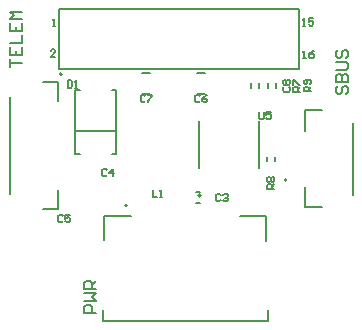
<source format=gto>
G04*
G04 #@! TF.GenerationSoftware,Altium Limited,Altium Designer,21.6.1 (37)*
G04*
G04 Layer_Color=65535*
%FSLAX44Y44*%
%MOMM*%
G71*
G04*
G04 #@! TF.SameCoordinates,389F95CB-BFB7-4352-95D8-32FE421A7396*
G04*
G04*
G04 #@! TF.FilePolarity,Positive*
G04*
G01*
G75*
%ADD10C,0.2000*%
%ADD11C,0.1270*%
%ADD12C,0.1500*%
%ADD13C,0.1800*%
D10*
X382500Y191750D02*
G03*
X382500Y191750I-1000J0D01*
G01*
X247250Y170000D02*
G03*
X247250Y170000I-1000J0D01*
G01*
X192250Y281325D02*
G03*
X192250Y281325I-1000J0D01*
G01*
X309700Y178550D02*
G03*
X309700Y178550I-1000J0D01*
G01*
X189700Y285800D02*
Y336600D01*
X392900Y285800D02*
Y336600D01*
X189700D02*
X392900D01*
X189700Y285800D02*
X392900D01*
X352000Y269500D02*
Y273500D01*
X359000Y269500D02*
Y273500D01*
X372500Y207500D02*
Y211500D01*
X365500Y207500D02*
Y211500D01*
X373750Y269750D02*
Y273750D01*
X366750Y269750D02*
Y273750D01*
X425918Y271587D02*
X424252Y269921D01*
Y266589D01*
X425918Y264923D01*
X427584D01*
X429250Y266589D01*
Y269921D01*
X430916Y271587D01*
X432582D01*
X434248Y269921D01*
Y266589D01*
X432582Y264923D01*
X424252Y274919D02*
X434248D01*
Y279918D01*
X432582Y281584D01*
X430916D01*
X429250Y279918D01*
Y274919D01*
Y279918D01*
X427584Y281584D01*
X425918D01*
X424252Y279918D01*
Y274919D01*
Y284916D02*
X432582D01*
X434248Y286582D01*
Y289914D01*
X432582Y291581D01*
X424252D01*
X425918Y301577D02*
X424252Y299911D01*
Y296579D01*
X425918Y294913D01*
X427584D01*
X429250Y296579D01*
Y299911D01*
X430916Y301577D01*
X432582D01*
X434248Y299911D01*
Y296579D01*
X432582Y294913D01*
X148002Y287674D02*
Y294339D01*
Y291006D01*
X157998D01*
X148002Y304335D02*
Y297671D01*
X157998D01*
Y304335D01*
X153000Y297671D02*
Y301003D01*
X148002Y307668D02*
X157998D01*
Y314332D01*
X148002Y324329D02*
Y317665D01*
X157998D01*
Y324329D01*
X153000Y317665D02*
Y320997D01*
X157998Y327661D02*
X148002D01*
X151334Y330993D01*
X148002Y334326D01*
X157998D01*
X220998Y79421D02*
X211002D01*
Y84419D01*
X212668Y86086D01*
X216000D01*
X217666Y84419D01*
Y79421D01*
X211002Y89418D02*
X220998D01*
X217666Y92750D01*
X220998Y96082D01*
X211002D01*
X220998Y99415D02*
X211002D01*
Y104413D01*
X212668Y106079D01*
X216000D01*
X217666Y104413D01*
Y99415D01*
Y102747D02*
X220998Y106079D01*
D11*
X398000Y168500D02*
X412200D01*
X398000D02*
Y186150D01*
Y251000D02*
X412300D01*
X398000Y233350D02*
Y251000D01*
X438500Y179350D02*
Y240250D01*
X365250Y140000D02*
Y161000D01*
X342750D02*
X365250D01*
X227750Y140500D02*
Y161500D01*
X250250D01*
X227250Y72000D02*
Y81500D01*
X365750Y72000D02*
X366250Y72500D01*
Y81500D01*
X227250Y72000D02*
X365750D01*
X148250Y179750D02*
Y262250D01*
X176250Y274750D02*
X188750D01*
X176250Y167250D02*
X188750D01*
Y258750D02*
Y274750D01*
Y167250D02*
Y183250D01*
X308500Y201750D02*
Y241750D01*
X359000Y201750D02*
Y241750D01*
X305750Y181500D02*
X308750D01*
X305750Y172500D02*
X308750D01*
X306150Y282250D02*
X313350D01*
X306150Y264250D02*
X313350D01*
X259650D02*
X266850D01*
X259650Y282250D02*
X266850D01*
D12*
X234250Y268000D02*
X238250D01*
X234250Y214000D02*
X238250D01*
X203250D02*
X207250D01*
X203250Y268000D02*
X207250D01*
X238250Y230500D02*
Y232000D01*
X203250D02*
Y233500D01*
X238250D01*
X203250D02*
Y268000D01*
Y230500D02*
Y232000D01*
Y214000D02*
Y230500D01*
X238250Y214000D02*
Y230500D01*
Y232000D02*
Y233500D01*
Y268000D01*
X184400Y321750D02*
X186399D01*
X185400D01*
Y327748D01*
X184400Y326748D01*
X186649Y296250D02*
X182650D01*
X186649Y300249D01*
Y301248D01*
X185649Y302248D01*
X183650D01*
X182650Y301248D01*
X395900Y322500D02*
X397899D01*
X396899D01*
Y328498D01*
X395900Y327498D01*
X404897Y328498D02*
X400898D01*
Y325499D01*
X402897Y326499D01*
X403897D01*
X404897Y325499D01*
Y323500D01*
X403897Y322500D01*
X401898D01*
X400898Y323500D01*
X396400Y295250D02*
X398399D01*
X397399D01*
Y301248D01*
X396400Y300248D01*
X405397Y301248D02*
X403397Y300248D01*
X401398Y298249D01*
Y296250D01*
X402398Y295250D01*
X404397D01*
X405397Y296250D01*
Y297249D01*
X404397Y298249D01*
X401398D01*
D13*
X326500Y178749D02*
X325501Y179749D01*
X323501D01*
X322502Y178749D01*
Y174751D01*
X323501Y173751D01*
X325501D01*
X326500Y174751D01*
X328500Y178749D02*
X329499Y179749D01*
X331499D01*
X332498Y178749D01*
Y177750D01*
X331499Y176750D01*
X330499D01*
X331499D01*
X332498Y175750D01*
Y174751D01*
X331499Y173751D01*
X329499D01*
X328500Y174751D01*
X230250Y199999D02*
X229251Y200999D01*
X227251D01*
X226252Y199999D01*
Y196001D01*
X227251Y195001D01*
X229251D01*
X230250Y196001D01*
X235249Y195001D02*
Y200999D01*
X232250Y198000D01*
X236248D01*
X193000Y160999D02*
X192001Y161999D01*
X190001D01*
X189002Y160999D01*
Y157001D01*
X190001Y156001D01*
X192001D01*
X193000Y157001D01*
X198998Y161999D02*
X195000D01*
Y159000D01*
X196999Y160000D01*
X197999D01*
X198998Y159000D01*
Y157001D01*
X197999Y156001D01*
X195999D01*
X195000Y157001D01*
X309000Y262499D02*
X308001Y263499D01*
X306001D01*
X305002Y262499D01*
Y258501D01*
X306001Y257501D01*
X308001D01*
X309000Y258501D01*
X314998Y263499D02*
X312999Y262499D01*
X311000Y260500D01*
Y258501D01*
X311999Y257501D01*
X313999D01*
X314998Y258501D01*
Y259500D01*
X313999Y260500D01*
X311000D01*
X262750Y262749D02*
X261751Y263749D01*
X259751D01*
X258752Y262749D01*
Y258751D01*
X259751Y257751D01*
X261751D01*
X262750Y258751D01*
X264750Y263749D02*
X268748D01*
Y262749D01*
X264750Y258751D01*
Y257751D01*
X380001Y270500D02*
X379001Y269501D01*
Y267501D01*
X380001Y266502D01*
X383999D01*
X384999Y267501D01*
Y269501D01*
X383999Y270500D01*
X380001Y272500D02*
X379001Y273499D01*
Y275499D01*
X380001Y276498D01*
X381000D01*
X382000Y275499D01*
X383000Y276498D01*
X383999D01*
X384999Y275499D01*
Y273499D01*
X383999Y272500D01*
X383000D01*
X382000Y273499D01*
X381000Y272500D01*
X380001D01*
X382000Y273499D02*
Y275499D01*
X197001Y275999D02*
Y270001D01*
X200000D01*
X201000Y271001D01*
Y274999D01*
X200000Y275999D01*
X197001D01*
X202999Y270001D02*
X204999D01*
X203999D01*
Y275999D01*
X202999Y274999D01*
X393999Y266502D02*
X388001D01*
Y269501D01*
X389001Y270500D01*
X391000D01*
X392000Y269501D01*
Y266502D01*
Y268501D02*
X393999Y270500D01*
X388001Y272500D02*
Y276498D01*
X389001D01*
X392999Y272500D01*
X393999D01*
X371749Y184002D02*
X365751D01*
Y187001D01*
X366751Y188000D01*
X368750D01*
X369750Y187001D01*
Y184002D01*
Y186001D02*
X371749Y188000D01*
X366751Y190000D02*
X365751Y190999D01*
Y192999D01*
X366751Y193998D01*
X367750D01*
X368750Y192999D01*
X369750Y193998D01*
X370749D01*
X371749Y192999D01*
Y190999D01*
X370749Y190000D01*
X369750D01*
X368750Y190999D01*
X367750Y190000D01*
X366751D01*
X368750Y190999D02*
Y192999D01*
X402999Y266752D02*
X397001D01*
Y269751D01*
X398001Y270750D01*
X400000D01*
X401000Y269751D01*
Y266752D01*
Y268751D02*
X402999Y270750D01*
X401999Y272750D02*
X402999Y273749D01*
Y275749D01*
X401999Y276748D01*
X398001D01*
X397001Y275749D01*
Y273749D01*
X398001Y272750D01*
X399000D01*
X400000Y273749D01*
Y276748D01*
X359002Y249499D02*
Y244501D01*
X360001Y243501D01*
X362001D01*
X363000Y244501D01*
Y249499D01*
X368998D02*
X365000D01*
Y246500D01*
X366999Y247500D01*
X367999D01*
X368998Y246500D01*
Y244501D01*
X367999Y243501D01*
X365999D01*
X365000Y244501D01*
X269001Y182999D02*
Y177001D01*
X273000D01*
X274999D02*
X276999D01*
X275999D01*
Y182999D01*
X274999Y181999D01*
M02*

</source>
